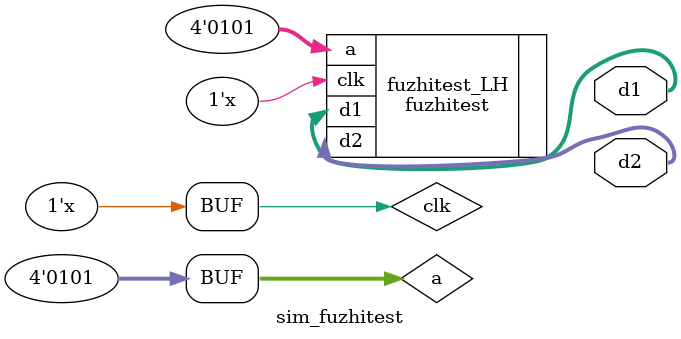
<source format=v>
`timescale 1ns / 1ps


module sim_fuzhitest(
     output [3:0] d1,
     output [3:0] d2
    );
    
    reg clk=0;
    reg [3:0] a=4'b0101;
always #10 clk = ~clk; 

fuzhitest fuzhitest_LH(
    .a(a),
    .d1(d1),
    .d2(d2),
    .clk(clk)
    );
endmodule

</source>
